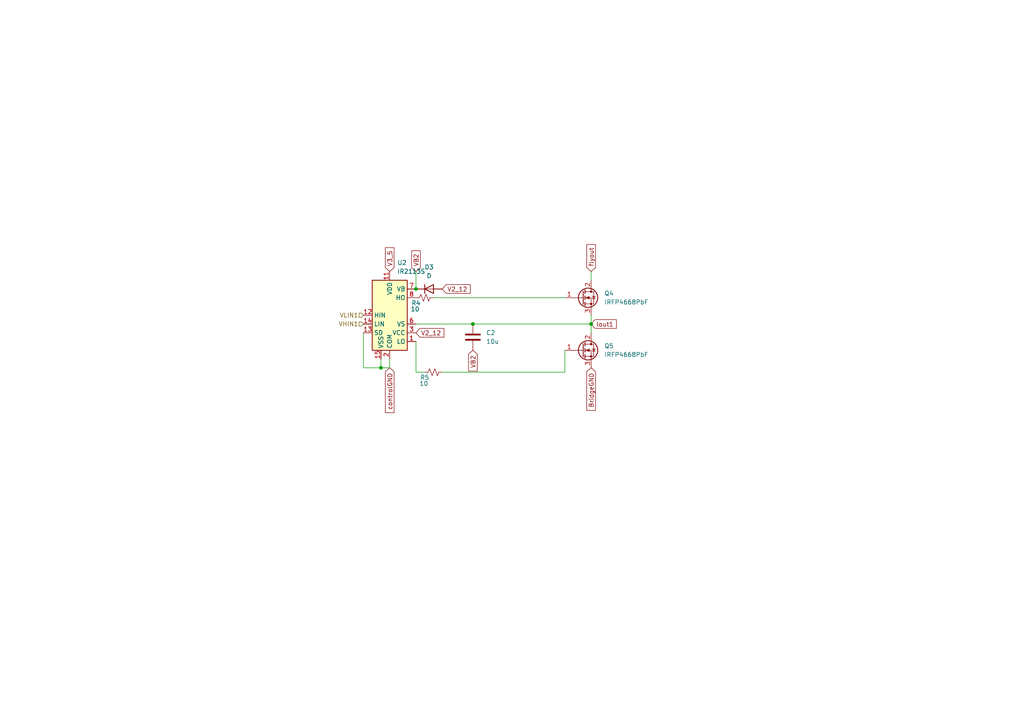
<source format=kicad_sch>
(kicad_sch
	(version 20231120)
	(generator "eeschema")
	(generator_version "8.0")
	(uuid "08e67e08-c9a3-4744-800e-c7fa87bafeb2")
	(paper "A4")
	(lib_symbols
		(symbol "Device:C"
			(pin_numbers hide)
			(pin_names
				(offset 0.254)
			)
			(exclude_from_sim no)
			(in_bom yes)
			(on_board yes)
			(property "Reference" "C"
				(at 0.635 2.54 0)
				(effects
					(font
						(size 1.27 1.27)
					)
					(justify left)
				)
			)
			(property "Value" "C"
				(at 0.635 -2.54 0)
				(effects
					(font
						(size 1.27 1.27)
					)
					(justify left)
				)
			)
			(property "Footprint" ""
				(at 0.9652 -3.81 0)
				(effects
					(font
						(size 1.27 1.27)
					)
					(hide yes)
				)
			)
			(property "Datasheet" "~"
				(at 0 0 0)
				(effects
					(font
						(size 1.27 1.27)
					)
					(hide yes)
				)
			)
			(property "Description" "Unpolarized capacitor"
				(at 0 0 0)
				(effects
					(font
						(size 1.27 1.27)
					)
					(hide yes)
				)
			)
			(property "ki_keywords" "cap capacitor"
				(at 0 0 0)
				(effects
					(font
						(size 1.27 1.27)
					)
					(hide yes)
				)
			)
			(property "ki_fp_filters" "C_*"
				(at 0 0 0)
				(effects
					(font
						(size 1.27 1.27)
					)
					(hide yes)
				)
			)
			(symbol "C_0_1"
				(polyline
					(pts
						(xy -2.032 -0.762) (xy 2.032 -0.762)
					)
					(stroke
						(width 0.508)
						(type default)
					)
					(fill
						(type none)
					)
				)
				(polyline
					(pts
						(xy -2.032 0.762) (xy 2.032 0.762)
					)
					(stroke
						(width 0.508)
						(type default)
					)
					(fill
						(type none)
					)
				)
			)
			(symbol "C_1_1"
				(pin passive line
					(at 0 3.81 270)
					(length 2.794)
					(name "~"
						(effects
							(font
								(size 1.27 1.27)
							)
						)
					)
					(number "1"
						(effects
							(font
								(size 1.27 1.27)
							)
						)
					)
				)
				(pin passive line
					(at 0 -3.81 90)
					(length 2.794)
					(name "~"
						(effects
							(font
								(size 1.27 1.27)
							)
						)
					)
					(number "2"
						(effects
							(font
								(size 1.27 1.27)
							)
						)
					)
				)
			)
		)
		(symbol "Device:D"
			(pin_numbers hide)
			(pin_names
				(offset 1.016) hide)
			(exclude_from_sim no)
			(in_bom yes)
			(on_board yes)
			(property "Reference" "D"
				(at 0 2.54 0)
				(effects
					(font
						(size 1.27 1.27)
					)
				)
			)
			(property "Value" "D"
				(at 0 -2.54 0)
				(effects
					(font
						(size 1.27 1.27)
					)
				)
			)
			(property "Footprint" ""
				(at 0 0 0)
				(effects
					(font
						(size 1.27 1.27)
					)
					(hide yes)
				)
			)
			(property "Datasheet" "~"
				(at 0 0 0)
				(effects
					(font
						(size 1.27 1.27)
					)
					(hide yes)
				)
			)
			(property "Description" "Diode"
				(at 0 0 0)
				(effects
					(font
						(size 1.27 1.27)
					)
					(hide yes)
				)
			)
			(property "Sim.Device" "D"
				(at 0 0 0)
				(effects
					(font
						(size 1.27 1.27)
					)
					(hide yes)
				)
			)
			(property "Sim.Pins" "1=K 2=A"
				(at 0 0 0)
				(effects
					(font
						(size 1.27 1.27)
					)
					(hide yes)
				)
			)
			(property "ki_keywords" "diode"
				(at 0 0 0)
				(effects
					(font
						(size 1.27 1.27)
					)
					(hide yes)
				)
			)
			(property "ki_fp_filters" "TO-???* *_Diode_* *SingleDiode* D_*"
				(at 0 0 0)
				(effects
					(font
						(size 1.27 1.27)
					)
					(hide yes)
				)
			)
			(symbol "D_0_1"
				(polyline
					(pts
						(xy -1.27 1.27) (xy -1.27 -1.27)
					)
					(stroke
						(width 0.254)
						(type default)
					)
					(fill
						(type none)
					)
				)
				(polyline
					(pts
						(xy 1.27 0) (xy -1.27 0)
					)
					(stroke
						(width 0)
						(type default)
					)
					(fill
						(type none)
					)
				)
				(polyline
					(pts
						(xy 1.27 1.27) (xy 1.27 -1.27) (xy -1.27 0) (xy 1.27 1.27)
					)
					(stroke
						(width 0.254)
						(type default)
					)
					(fill
						(type none)
					)
				)
			)
			(symbol "D_1_1"
				(pin passive line
					(at -3.81 0 0)
					(length 2.54)
					(name "K"
						(effects
							(font
								(size 1.27 1.27)
							)
						)
					)
					(number "1"
						(effects
							(font
								(size 1.27 1.27)
							)
						)
					)
				)
				(pin passive line
					(at 3.81 0 180)
					(length 2.54)
					(name "A"
						(effects
							(font
								(size 1.27 1.27)
							)
						)
					)
					(number "2"
						(effects
							(font
								(size 1.27 1.27)
							)
						)
					)
				)
			)
		)
		(symbol "Device:R_Small_US"
			(pin_numbers hide)
			(pin_names
				(offset 0.254) hide)
			(exclude_from_sim no)
			(in_bom yes)
			(on_board yes)
			(property "Reference" "R"
				(at 0.762 0.508 0)
				(effects
					(font
						(size 1.27 1.27)
					)
					(justify left)
				)
			)
			(property "Value" "R_Small_US"
				(at 0.762 -1.016 0)
				(effects
					(font
						(size 1.27 1.27)
					)
					(justify left)
				)
			)
			(property "Footprint" ""
				(at 0 0 0)
				(effects
					(font
						(size 1.27 1.27)
					)
					(hide yes)
				)
			)
			(property "Datasheet" "~"
				(at 0 0 0)
				(effects
					(font
						(size 1.27 1.27)
					)
					(hide yes)
				)
			)
			(property "Description" "Resistor, small US symbol"
				(at 0 0 0)
				(effects
					(font
						(size 1.27 1.27)
					)
					(hide yes)
				)
			)
			(property "ki_keywords" "r resistor"
				(at 0 0 0)
				(effects
					(font
						(size 1.27 1.27)
					)
					(hide yes)
				)
			)
			(property "ki_fp_filters" "R_*"
				(at 0 0 0)
				(effects
					(font
						(size 1.27 1.27)
					)
					(hide yes)
				)
			)
			(symbol "R_Small_US_1_1"
				(polyline
					(pts
						(xy 0 0) (xy 1.016 -0.381) (xy 0 -0.762) (xy -1.016 -1.143) (xy 0 -1.524)
					)
					(stroke
						(width 0)
						(type default)
					)
					(fill
						(type none)
					)
				)
				(polyline
					(pts
						(xy 0 1.524) (xy 1.016 1.143) (xy 0 0.762) (xy -1.016 0.381) (xy 0 0)
					)
					(stroke
						(width 0)
						(type default)
					)
					(fill
						(type none)
					)
				)
				(pin passive line
					(at 0 2.54 270)
					(length 1.016)
					(name "~"
						(effects
							(font
								(size 1.27 1.27)
							)
						)
					)
					(number "1"
						(effects
							(font
								(size 1.27 1.27)
							)
						)
					)
				)
				(pin passive line
					(at 0 -2.54 90)
					(length 1.016)
					(name "~"
						(effects
							(font
								(size 1.27 1.27)
							)
						)
					)
					(number "2"
						(effects
							(font
								(size 1.27 1.27)
							)
						)
					)
				)
			)
		)
		(symbol "Driver_FET:IR2113S"
			(exclude_from_sim no)
			(in_bom yes)
			(on_board yes)
			(property "Reference" "U"
				(at 1.27 13.335 0)
				(effects
					(font
						(size 1.27 1.27)
					)
					(justify left)
				)
			)
			(property "Value" "IR2113S"
				(at 1.27 11.43 0)
				(effects
					(font
						(size 1.27 1.27)
					)
					(justify left)
				)
			)
			(property "Footprint" "Package_SO:SOIC-16W_7.5x10.3mm_P1.27mm"
				(at 0 0 0)
				(effects
					(font
						(size 1.27 1.27)
						(italic yes)
					)
					(hide yes)
				)
			)
			(property "Datasheet" "https://www.infineon.com/dgdl/ir2110.pdf?fileId=5546d462533600a4015355c80333167e"
				(at 0 0 0)
				(effects
					(font
						(size 1.27 1.27)
					)
					(hide yes)
				)
			)
			(property "Description" "High and Low Side Driver, 500V, 2.0/2.0A, SOIC-16W"
				(at 0 0 0)
				(effects
					(font
						(size 1.27 1.27)
					)
					(hide yes)
				)
			)
			(property "ki_keywords" "Gate Driver"
				(at 0 0 0)
				(effects
					(font
						(size 1.27 1.27)
					)
					(hide yes)
				)
			)
			(property "ki_fp_filters" "SOIC*7.5x10.3mm*P1.27mm*"
				(at 0 0 0)
				(effects
					(font
						(size 1.27 1.27)
					)
					(hide yes)
				)
			)
			(symbol "IR2113S_0_1"
				(rectangle
					(start -5.08 -10.16)
					(end 5.08 10.16)
					(stroke
						(width 0.254)
						(type default)
					)
					(fill
						(type background)
					)
				)
			)
			(symbol "IR2113S_1_1"
				(pin output line
					(at 7.62 -7.62 180)
					(length 2.54)
					(name "LO"
						(effects
							(font
								(size 1.27 1.27)
							)
						)
					)
					(number "1"
						(effects
							(font
								(size 1.27 1.27)
							)
						)
					)
				)
				(pin no_connect line
					(at 5.08 2.54 180)
					(length 2.54) hide
					(name "NC"
						(effects
							(font
								(size 1.27 1.27)
							)
						)
					)
					(number "10"
						(effects
							(font
								(size 1.27 1.27)
							)
						)
					)
				)
				(pin power_in line
					(at 0 12.7 270)
					(length 2.54)
					(name "VDD"
						(effects
							(font
								(size 1.27 1.27)
							)
						)
					)
					(number "11"
						(effects
							(font
								(size 1.27 1.27)
							)
						)
					)
				)
				(pin input line
					(at -7.62 0 0)
					(length 2.54)
					(name "HIN"
						(effects
							(font
								(size 1.27 1.27)
							)
						)
					)
					(number "12"
						(effects
							(font
								(size 1.27 1.27)
							)
						)
					)
				)
				(pin input line
					(at -7.62 -5.08 0)
					(length 2.54)
					(name "SD"
						(effects
							(font
								(size 1.27 1.27)
							)
						)
					)
					(number "13"
						(effects
							(font
								(size 1.27 1.27)
							)
						)
					)
				)
				(pin input line
					(at -7.62 -2.54 0)
					(length 2.54)
					(name "LIN"
						(effects
							(font
								(size 1.27 1.27)
							)
						)
					)
					(number "14"
						(effects
							(font
								(size 1.27 1.27)
							)
						)
					)
				)
				(pin power_in line
					(at -2.54 -12.7 90)
					(length 2.54)
					(name "VSS"
						(effects
							(font
								(size 1.27 1.27)
							)
						)
					)
					(number "15"
						(effects
							(font
								(size 1.27 1.27)
							)
						)
					)
				)
				(pin no_connect line
					(at 5.08 0 180)
					(length 2.54) hide
					(name "NC"
						(effects
							(font
								(size 1.27 1.27)
							)
						)
					)
					(number "16"
						(effects
							(font
								(size 1.27 1.27)
							)
						)
					)
				)
				(pin power_in line
					(at 0 -12.7 90)
					(length 2.54)
					(name "COM"
						(effects
							(font
								(size 1.27 1.27)
							)
						)
					)
					(number "2"
						(effects
							(font
								(size 1.27 1.27)
							)
						)
					)
				)
				(pin power_in line
					(at 7.62 -5.08 180)
					(length 2.54)
					(name "VCC"
						(effects
							(font
								(size 1.27 1.27)
							)
						)
					)
					(number "3"
						(effects
							(font
								(size 1.27 1.27)
							)
						)
					)
				)
				(pin no_connect line
					(at -5.08 7.62 0)
					(length 2.54) hide
					(name "NC"
						(effects
							(font
								(size 1.27 1.27)
							)
						)
					)
					(number "4"
						(effects
							(font
								(size 1.27 1.27)
							)
						)
					)
				)
				(pin no_connect line
					(at -5.08 5.08 0)
					(length 2.54) hide
					(name "NC"
						(effects
							(font
								(size 1.27 1.27)
							)
						)
					)
					(number "5"
						(effects
							(font
								(size 1.27 1.27)
							)
						)
					)
				)
				(pin passive line
					(at 7.62 -2.54 180)
					(length 2.54)
					(name "VS"
						(effects
							(font
								(size 1.27 1.27)
							)
						)
					)
					(number "6"
						(effects
							(font
								(size 1.27 1.27)
							)
						)
					)
				)
				(pin passive line
					(at 7.62 7.62 180)
					(length 2.54)
					(name "VB"
						(effects
							(font
								(size 1.27 1.27)
							)
						)
					)
					(number "7"
						(effects
							(font
								(size 1.27 1.27)
							)
						)
					)
				)
				(pin output line
					(at 7.62 5.08 180)
					(length 2.54)
					(name "HO"
						(effects
							(font
								(size 1.27 1.27)
							)
						)
					)
					(number "8"
						(effects
							(font
								(size 1.27 1.27)
							)
						)
					)
				)
				(pin no_connect line
					(at -5.08 2.54 0)
					(length 2.54) hide
					(name "NC"
						(effects
							(font
								(size 1.27 1.27)
							)
						)
					)
					(number "9"
						(effects
							(font
								(size 1.27 1.27)
							)
						)
					)
				)
			)
		)
		(symbol "Transistor_FET:IRFP4668PbF"
			(pin_names hide)
			(exclude_from_sim no)
			(in_bom yes)
			(on_board yes)
			(property "Reference" "Q"
				(at 5.08 1.905 0)
				(effects
					(font
						(size 1.27 1.27)
					)
					(justify left)
				)
			)
			(property "Value" "IRFP4668PbF"
				(at 5.08 0 0)
				(effects
					(font
						(size 1.27 1.27)
					)
					(justify left)
				)
			)
			(property "Footprint" "Package_TO_SOT_THT:TO-247-3_Vertical"
				(at 5.08 -1.905 0)
				(effects
					(font
						(size 1.27 1.27)
						(italic yes)
					)
					(justify left)
					(hide yes)
				)
			)
			(property "Datasheet" "https://www.infineon.com/dgdl/irfp4668pbf.pdf?fileId=5546d462533600a40153562c8528201d"
				(at 5.08 -3.81 0)
				(effects
					(font
						(size 1.27 1.27)
					)
					(justify left)
					(hide yes)
				)
			)
			(property "Description" "130A Id, 200V Vds, N-Channel Power MOSFET, TO-247"
				(at 0 0 0)
				(effects
					(font
						(size 1.27 1.27)
					)
					(hide yes)
				)
			)
			(property "ki_keywords" "N-Channel Power MOSFET"
				(at 0 0 0)
				(effects
					(font
						(size 1.27 1.27)
					)
					(hide yes)
				)
			)
			(property "ki_fp_filters" "TO?247*"
				(at 0 0 0)
				(effects
					(font
						(size 1.27 1.27)
					)
					(hide yes)
				)
			)
			(symbol "IRFP4668PbF_0_1"
				(polyline
					(pts
						(xy 0.254 0) (xy -2.54 0)
					)
					(stroke
						(width 0)
						(type default)
					)
					(fill
						(type none)
					)
				)
				(polyline
					(pts
						(xy 0.254 1.905) (xy 0.254 -1.905)
					)
					(stroke
						(width 0.254)
						(type default)
					)
					(fill
						(type none)
					)
				)
				(polyline
					(pts
						(xy 0.762 -1.27) (xy 0.762 -2.286)
					)
					(stroke
						(width 0.254)
						(type default)
					)
					(fill
						(type none)
					)
				)
				(polyline
					(pts
						(xy 0.762 0.508) (xy 0.762 -0.508)
					)
					(stroke
						(width 0.254)
						(type default)
					)
					(fill
						(type none)
					)
				)
				(polyline
					(pts
						(xy 0.762 2.286) (xy 0.762 1.27)
					)
					(stroke
						(width 0.254)
						(type default)
					)
					(fill
						(type none)
					)
				)
				(polyline
					(pts
						(xy 2.54 2.54) (xy 2.54 1.778)
					)
					(stroke
						(width 0)
						(type default)
					)
					(fill
						(type none)
					)
				)
				(polyline
					(pts
						(xy 2.54 -2.54) (xy 2.54 0) (xy 0.762 0)
					)
					(stroke
						(width 0)
						(type default)
					)
					(fill
						(type none)
					)
				)
				(polyline
					(pts
						(xy 0.762 -1.778) (xy 3.302 -1.778) (xy 3.302 1.778) (xy 0.762 1.778)
					)
					(stroke
						(width 0)
						(type default)
					)
					(fill
						(type none)
					)
				)
				(polyline
					(pts
						(xy 1.016 0) (xy 2.032 0.381) (xy 2.032 -0.381) (xy 1.016 0)
					)
					(stroke
						(width 0)
						(type default)
					)
					(fill
						(type outline)
					)
				)
				(polyline
					(pts
						(xy 2.794 0.508) (xy 2.921 0.381) (xy 3.683 0.381) (xy 3.81 0.254)
					)
					(stroke
						(width 0)
						(type default)
					)
					(fill
						(type none)
					)
				)
				(polyline
					(pts
						(xy 3.302 0.381) (xy 2.921 -0.254) (xy 3.683 -0.254) (xy 3.302 0.381)
					)
					(stroke
						(width 0)
						(type default)
					)
					(fill
						(type none)
					)
				)
				(circle
					(center 1.651 0)
					(radius 2.794)
					(stroke
						(width 0.254)
						(type default)
					)
					(fill
						(type none)
					)
				)
				(circle
					(center 2.54 -1.778)
					(radius 0.254)
					(stroke
						(width 0)
						(type default)
					)
					(fill
						(type outline)
					)
				)
				(circle
					(center 2.54 1.778)
					(radius 0.254)
					(stroke
						(width 0)
						(type default)
					)
					(fill
						(type outline)
					)
				)
			)
			(symbol "IRFP4668PbF_1_1"
				(pin input line
					(at -5.08 0 0)
					(length 2.54)
					(name "G"
						(effects
							(font
								(size 1.27 1.27)
							)
						)
					)
					(number "1"
						(effects
							(font
								(size 1.27 1.27)
							)
						)
					)
				)
				(pin passive line
					(at 2.54 5.08 270)
					(length 2.54)
					(name "D"
						(effects
							(font
								(size 1.27 1.27)
							)
						)
					)
					(number "2"
						(effects
							(font
								(size 1.27 1.27)
							)
						)
					)
				)
				(pin passive line
					(at 2.54 -5.08 90)
					(length 2.54)
					(name "S"
						(effects
							(font
								(size 1.27 1.27)
							)
						)
					)
					(number "3"
						(effects
							(font
								(size 1.27 1.27)
							)
						)
					)
				)
			)
		)
	)
	(junction
		(at 171.45 93.98)
		(diameter 0)
		(color 0 0 0 0)
		(uuid "15b1fed1-58e2-405b-a198-7b28085cfea2")
	)
	(junction
		(at 110.49 106.68)
		(diameter 0)
		(color 0 0 0 0)
		(uuid "a19fc2a4-241e-436b-b69c-bc1740731a05")
	)
	(junction
		(at 137.16 93.98)
		(diameter 0)
		(color 0 0 0 0)
		(uuid "c5e337ac-f9f0-4931-baed-72733ddc1ca0")
	)
	(junction
		(at 120.65 83.82)
		(diameter 0)
		(color 0 0 0 0)
		(uuid "db9676fa-aa37-4334-b7a7-89ede034fbb1")
	)
	(wire
		(pts
			(xy 171.45 93.98) (xy 171.45 96.52)
		)
		(stroke
			(width 0)
			(type default)
		)
		(uuid "18554665-7d02-4023-bff7-9e7ac1340171")
	)
	(wire
		(pts
			(xy 110.49 104.14) (xy 110.49 106.68)
		)
		(stroke
			(width 0)
			(type default)
		)
		(uuid "22581ada-d0ac-42b0-9f8a-8bc65fe5a4c7")
	)
	(wire
		(pts
			(xy 171.45 78.74) (xy 171.45 81.28)
		)
		(stroke
			(width 0)
			(type default)
		)
		(uuid "25014055-9ac3-4e58-8892-64b1dde409c2")
	)
	(wire
		(pts
			(xy 163.83 107.95) (xy 163.83 101.6)
		)
		(stroke
			(width 0)
			(type default)
		)
		(uuid "3780d0c5-d686-4d63-ac54-e9f8f065f6fc")
	)
	(wire
		(pts
			(xy 120.65 93.98) (xy 137.16 93.98)
		)
		(stroke
			(width 0)
			(type default)
		)
		(uuid "395bd278-c4ac-4993-916b-db18b2bc568e")
	)
	(wire
		(pts
			(xy 110.49 106.68) (xy 113.03 106.68)
		)
		(stroke
			(width 0)
			(type default)
		)
		(uuid "3f6e1126-118b-45d6-b721-81e95faa1100")
	)
	(wire
		(pts
			(xy 105.41 106.68) (xy 110.49 106.68)
		)
		(stroke
			(width 0)
			(type default)
		)
		(uuid "4e8d4f51-104a-451f-93f7-a3b42f0ea153")
	)
	(wire
		(pts
			(xy 120.65 107.95) (xy 123.19 107.95)
		)
		(stroke
			(width 0)
			(type default)
		)
		(uuid "52cb495b-3d42-485a-82cb-4e29cb6b156d")
	)
	(wire
		(pts
			(xy 137.16 93.98) (xy 171.45 93.98)
		)
		(stroke
			(width 0)
			(type default)
		)
		(uuid "6c46fa4b-9c68-407b-a332-68eee2143381")
	)
	(wire
		(pts
			(xy 120.65 99.06) (xy 120.65 107.95)
		)
		(stroke
			(width 0)
			(type default)
		)
		(uuid "7aed5f51-ffa0-4ded-a470-db42f8ca8ca7")
	)
	(wire
		(pts
			(xy 105.41 96.52) (xy 105.41 106.68)
		)
		(stroke
			(width 0)
			(type default)
		)
		(uuid "8a9297be-8ce2-4020-bdef-5d3808e3ec33")
	)
	(wire
		(pts
			(xy 120.65 78.74) (xy 120.65 83.82)
		)
		(stroke
			(width 0)
			(type default)
		)
		(uuid "9f986cf4-782d-4db9-b4fa-dd95dfacf37e")
	)
	(wire
		(pts
			(xy 128.27 107.95) (xy 163.83 107.95)
		)
		(stroke
			(width 0)
			(type default)
		)
		(uuid "bf92dc03-c9ae-4a24-8480-5e9c2b5060e7")
	)
	(wire
		(pts
			(xy 113.03 106.68) (xy 113.03 104.14)
		)
		(stroke
			(width 0)
			(type default)
		)
		(uuid "ca4638bc-e15b-4e1f-8ba6-a567dd58a9ac")
	)
	(wire
		(pts
			(xy 171.45 91.44) (xy 171.45 93.98)
		)
		(stroke
			(width 0)
			(type default)
		)
		(uuid "dee7d5a5-8cfe-445a-ab67-8f7226ca53a2")
	)
	(wire
		(pts
			(xy 125.73 86.36) (xy 163.83 86.36)
		)
		(stroke
			(width 0)
			(type default)
		)
		(uuid "e177dbce-0ee9-4455-b7e9-3e2e478b09ea")
	)
	(global_label "BridgeGND"
		(shape input)
		(at 171.45 106.68 270)
		(fields_autoplaced yes)
		(effects
			(font
				(size 1.27 1.27)
			)
			(justify right)
		)
		(uuid "58736753-be05-41f2-8bde-d1941a010d72")
		(property "Intersheetrefs" "${INTERSHEET_REFS}"
			(at 171.45 119.5833 90)
			(effects
				(font
					(size 1.27 1.27)
				)
				(justify right)
				(hide yes)
			)
		)
	)
	(global_label "flyout"
		(shape input)
		(at 171.45 78.74 90)
		(fields_autoplaced yes)
		(effects
			(font
				(size 1.27 1.27)
			)
			(justify left)
		)
		(uuid "6d5ad6d6-ee6e-47e1-a7bb-4367c3294bd1")
		(property "Intersheetrefs" "${INTERSHEET_REFS}"
			(at 171.45 70.3726 90)
			(effects
				(font
					(size 1.27 1.27)
				)
				(justify left)
				(hide yes)
			)
		)
	)
	(global_label "lout1"
		(shape input)
		(at 171.45 93.98 0)
		(fields_autoplaced yes)
		(effects
			(font
				(size 1.27 1.27)
			)
			(justify left)
		)
		(uuid "7059df64-3fab-4a10-8ec7-88419a9bdff6")
		(property "Intersheetrefs" "${INTERSHEET_REFS}"
			(at 179.3336 93.98 0)
			(effects
				(font
					(size 1.27 1.27)
				)
				(justify left)
				(hide yes)
			)
		)
	)
	(global_label "VB2"
		(shape input)
		(at 137.16 101.6 270)
		(fields_autoplaced yes)
		(effects
			(font
				(size 1.27 1.27)
			)
			(justify right)
		)
		(uuid "77f54495-4f19-4c02-8a3b-a123f01b829f")
		(property "Intersheetrefs" "${INTERSHEET_REFS}"
			(at 137.16 108.1533 90)
			(effects
				(font
					(size 1.27 1.27)
				)
				(justify right)
				(hide yes)
			)
		)
	)
	(global_label "V2_12"
		(shape input)
		(at 120.65 96.52 0)
		(fields_autoplaced yes)
		(effects
			(font
				(size 1.27 1.27)
			)
			(justify left)
		)
		(uuid "7cd9a84e-ec72-43c3-936c-3d551d8164b3")
		(property "Intersheetrefs" "${INTERSHEET_REFS}"
			(at 129.3199 96.52 0)
			(effects
				(font
					(size 1.27 1.27)
				)
				(justify left)
				(hide yes)
			)
		)
	)
	(global_label "controlGND"
		(shape input)
		(at 113.03 106.68 270)
		(fields_autoplaced yes)
		(effects
			(font
				(size 1.27 1.27)
			)
			(justify right)
		)
		(uuid "95af2d27-c1e1-4580-9dc8-7bbde8be34d8")
		(property "Intersheetrefs" "${INTERSHEET_REFS}"
			(at 113.03 120.2484 90)
			(effects
				(font
					(size 1.27 1.27)
				)
				(justify right)
				(hide yes)
			)
		)
	)
	(global_label "V3_5"
		(shape input)
		(at 113.03 78.74 90)
		(fields_autoplaced yes)
		(effects
			(font
				(size 1.27 1.27)
			)
			(justify left)
		)
		(uuid "9c9b0c29-bbf2-4c7c-8f0e-66380360910d")
		(property "Intersheetrefs" "${INTERSHEET_REFS}"
			(at 113.03 71.2796 90)
			(effects
				(font
					(size 1.27 1.27)
				)
				(justify left)
				(hide yes)
			)
		)
	)
	(global_label "VB2"
		(shape input)
		(at 120.65 78.74 90)
		(fields_autoplaced yes)
		(effects
			(font
				(size 1.27 1.27)
			)
			(justify left)
		)
		(uuid "b6763511-2512-4d61-aa37-ebf212edd475")
		(property "Intersheetrefs" "${INTERSHEET_REFS}"
			(at 120.65 72.1867 90)
			(effects
				(font
					(size 1.27 1.27)
				)
				(justify left)
				(hide yes)
			)
		)
	)
	(global_label "V2_12"
		(shape input)
		(at 128.27 83.82 0)
		(fields_autoplaced yes)
		(effects
			(font
				(size 1.27 1.27)
			)
			(justify left)
		)
		(uuid "c2235518-ea21-4a6a-811f-29cbed45b606")
		(property "Intersheetrefs" "${INTERSHEET_REFS}"
			(at 136.9399 83.82 0)
			(effects
				(font
					(size 1.27 1.27)
				)
				(justify left)
				(hide yes)
			)
		)
	)
	(hierarchical_label "VLIN1"
		(shape input)
		(at 105.41 91.44 180)
		(fields_autoplaced yes)
		(effects
			(font
				(size 1.27 1.27)
			)
			(justify right)
		)
		(uuid "cb10e4e6-a1cf-4eeb-99f0-734a31f270cf")
	)
	(hierarchical_label "VHIN1"
		(shape input)
		(at 105.41 93.98 180)
		(fields_autoplaced yes)
		(effects
			(font
				(size 1.27 1.27)
			)
			(justify right)
		)
		(uuid "cd335555-fdce-49f8-b1de-54c4bcf83848")
	)
	(symbol
		(lib_id "Device:R_Small_US")
		(at 125.73 107.95 90)
		(unit 1)
		(exclude_from_sim no)
		(in_bom yes)
		(on_board yes)
		(dnp no)
		(uuid "04e6b4bf-f64e-4b0f-b8b0-756a95821934")
		(property "Reference" "R5"
			(at 123.19 109.474 90)
			(effects
				(font
					(size 1.27 1.27)
				)
			)
		)
		(property "Value" "10"
			(at 122.936 111.252 90)
			(effects
				(font
					(size 1.27 1.27)
				)
			)
		)
		(property "Footprint" "Resistor_SMD:R_01005_0402Metric"
			(at 125.73 107.95 0)
			(effects
				(font
					(size 1.27 1.27)
				)
				(hide yes)
			)
		)
		(property "Datasheet" "~"
			(at 125.73 107.95 0)
			(effects
				(font
					(size 1.27 1.27)
				)
				(hide yes)
			)
		)
		(property "Description" "Resistor, small US symbol"
			(at 125.73 107.95 0)
			(effects
				(font
					(size 1.27 1.27)
				)
				(hide yes)
			)
		)
		(pin "2"
			(uuid "d0d74f21-7a60-4841-be0d-b7a5d4504c26")
		)
		(pin "1"
			(uuid "0b1fa594-e086-49ee-b160-78f9d11d1cf1")
		)
		(instances
			(project ""
				(path "/edf94242-0cdc-4580-8fae-fd56a0fef1a3/e7939abf-f3c7-4c3c-afa8-080c8db56da1/ff65111a-30bc-4c3a-97e3-daa4c79b2ece"
					(reference "R5")
					(unit 1)
				)
			)
		)
	)
	(symbol
		(lib_id "Transistor_FET:IRFP4668PbF")
		(at 168.91 101.6 0)
		(unit 1)
		(exclude_from_sim no)
		(in_bom yes)
		(on_board yes)
		(dnp no)
		(fields_autoplaced yes)
		(uuid "0846202f-f385-4c45-bd42-cb32e316f2f1")
		(property "Reference" "Q5"
			(at 175.26 100.3299 0)
			(effects
				(font
					(size 1.27 1.27)
				)
				(justify left)
			)
		)
		(property "Value" "IRFP4668PbF"
			(at 175.26 102.8699 0)
			(effects
				(font
					(size 1.27 1.27)
				)
				(justify left)
			)
		)
		(property "Footprint" "Package_TO_SOT_SMD:SC-59_Handsoldering"
			(at 173.99 103.505 0)
			(effects
				(font
					(size 1.27 1.27)
					(italic yes)
				)
				(justify left)
				(hide yes)
			)
		)
		(property "Datasheet" "https://www.infineon.com/dgdl/irfp4668pbf.pdf?fileId=5546d462533600a40153562c8528201d"
			(at 173.99 105.41 0)
			(effects
				(font
					(size 1.27 1.27)
				)
				(justify left)
				(hide yes)
			)
		)
		(property "Description" "130A Id, 200V Vds, N-Channel Power MOSFET, TO-247"
			(at 168.91 101.6 0)
			(effects
				(font
					(size 1.27 1.27)
				)
				(hide yes)
			)
		)
		(pin "1"
			(uuid "63864eb1-8508-4dad-a013-4c6b4826d191")
		)
		(pin "2"
			(uuid "cd57cb15-bf47-45dc-a9b5-006b67c0d7f1")
		)
		(pin "3"
			(uuid "a460fe78-0e4e-4621-ac34-eb346c2065d4")
		)
		(instances
			(project ""
				(path "/edf94242-0cdc-4580-8fae-fd56a0fef1a3/e7939abf-f3c7-4c3c-afa8-080c8db56da1/ff65111a-30bc-4c3a-97e3-daa4c79b2ece"
					(reference "Q5")
					(unit 1)
				)
			)
		)
	)
	(symbol
		(lib_id "Device:D")
		(at 124.46 83.82 0)
		(unit 1)
		(exclude_from_sim no)
		(in_bom yes)
		(on_board yes)
		(dnp no)
		(fields_autoplaced yes)
		(uuid "1ded2b76-00d5-4aa3-bdea-b6e785a9617f")
		(property "Reference" "D3"
			(at 124.46 77.47 0)
			(effects
				(font
					(size 1.27 1.27)
				)
			)
		)
		(property "Value" "D"
			(at 124.46 80.01 0)
			(effects
				(font
					(size 1.27 1.27)
				)
			)
		)
		(property "Footprint" "Diode_SMD:D_1206_3216Metric_Pad1.42x1.75mm_HandSolder"
			(at 124.46 83.82 0)
			(effects
				(font
					(size 1.27 1.27)
				)
				(hide yes)
			)
		)
		(property "Datasheet" "~"
			(at 124.46 83.82 0)
			(effects
				(font
					(size 1.27 1.27)
				)
				(hide yes)
			)
		)
		(property "Description" "Diode"
			(at 124.46 83.82 0)
			(effects
				(font
					(size 1.27 1.27)
				)
				(hide yes)
			)
		)
		(property "Sim.Device" "D"
			(at 124.46 83.82 0)
			(effects
				(font
					(size 1.27 1.27)
				)
				(hide yes)
			)
		)
		(property "Sim.Pins" "1=K 2=A"
			(at 124.46 83.82 0)
			(effects
				(font
					(size 1.27 1.27)
				)
				(hide yes)
			)
		)
		(pin "1"
			(uuid "9db10f56-6966-4d4d-946f-395d9df7e165")
		)
		(pin "2"
			(uuid "fa30d39c-f65b-41e8-90c6-3857a49e4fdd")
		)
		(instances
			(project ""
				(path "/edf94242-0cdc-4580-8fae-fd56a0fef1a3/e7939abf-f3c7-4c3c-afa8-080c8db56da1/ff65111a-30bc-4c3a-97e3-daa4c79b2ece"
					(reference "D3")
					(unit 1)
				)
			)
		)
	)
	(symbol
		(lib_id "Device:C")
		(at 137.16 97.79 0)
		(unit 1)
		(exclude_from_sim no)
		(in_bom yes)
		(on_board yes)
		(dnp no)
		(fields_autoplaced yes)
		(uuid "2fc9e9c0-9a64-4dd4-a654-72d2588fa860")
		(property "Reference" "C2"
			(at 140.97 96.5199 0)
			(effects
				(font
					(size 1.27 1.27)
				)
				(justify left)
			)
		)
		(property "Value" "10u"
			(at 140.97 99.0599 0)
			(effects
				(font
					(size 1.27 1.27)
				)
				(justify left)
			)
		)
		(property "Footprint" "Capacitor_SMD:C_01005_0402Metric"
			(at 138.1252 101.6 0)
			(effects
				(font
					(size 1.27 1.27)
				)
				(hide yes)
			)
		)
		(property "Datasheet" "~"
			(at 137.16 97.79 0)
			(effects
				(font
					(size 1.27 1.27)
				)
				(hide yes)
			)
		)
		(property "Description" "Unpolarized capacitor"
			(at 137.16 97.79 0)
			(effects
				(font
					(size 1.27 1.27)
				)
				(hide yes)
			)
		)
		(pin "2"
			(uuid "3d436c64-eadb-4336-ae7b-a98be84f4dc7")
		)
		(pin "1"
			(uuid "a893ce0f-3d64-4687-a027-4ff4b37b28f4")
		)
		(instances
			(project ""
				(path "/edf94242-0cdc-4580-8fae-fd56a0fef1a3/e7939abf-f3c7-4c3c-afa8-080c8db56da1/ff65111a-30bc-4c3a-97e3-daa4c79b2ece"
					(reference "C2")
					(unit 1)
				)
			)
		)
	)
	(symbol
		(lib_id "Driver_FET:IR2113S")
		(at 113.03 91.44 0)
		(unit 1)
		(exclude_from_sim no)
		(in_bom yes)
		(on_board yes)
		(dnp no)
		(fields_autoplaced yes)
		(uuid "3687274d-1908-4b20-a85a-fa082f489a09")
		(property "Reference" "U2"
			(at 115.2241 76.2 0)
			(effects
				(font
					(size 1.27 1.27)
				)
				(justify left)
			)
		)
		(property "Value" "IR2113S"
			(at 115.2241 78.74 0)
			(effects
				(font
					(size 1.27 1.27)
				)
				(justify left)
			)
		)
		(property "Footprint" "Package_SO:SOIC-16W_7.5x10.3mm_P1.27mm"
			(at 113.03 91.44 0)
			(effects
				(font
					(size 1.27 1.27)
					(italic yes)
				)
				(hide yes)
			)
		)
		(property "Datasheet" "https://www.infineon.com/dgdl/ir2110.pdf?fileId=5546d462533600a4015355c80333167e"
			(at 113.03 91.44 0)
			(effects
				(font
					(size 1.27 1.27)
				)
				(hide yes)
			)
		)
		(property "Description" "High and Low Side Driver, 500V, 2.0/2.0A, SOIC-16W"
			(at 113.03 91.44 0)
			(effects
				(font
					(size 1.27 1.27)
				)
				(hide yes)
			)
		)
		(pin "1"
			(uuid "dfadaf4c-00a0-4be8-bf23-c99700c981c7")
		)
		(pin "6"
			(uuid "c78800a0-480c-453e-ab8f-694e77fda112")
		)
		(pin "15"
			(uuid "a865b682-6dc0-482f-85d5-4a906fa9a8f7")
		)
		(pin "8"
			(uuid "ca562c4a-076a-4da0-ad65-31804caa3df5")
		)
		(pin "9"
			(uuid "2dcf5232-d676-463f-a1b6-53c99e0e9925")
		)
		(pin "10"
			(uuid "dda95279-0e31-4a67-97cf-249ebe35bb5d")
		)
		(pin "7"
			(uuid "1fd16a65-1f96-4847-88aa-8afc2f9ca4c7")
		)
		(pin "3"
			(uuid "78731662-c866-4278-b35b-d4b86439bd95")
		)
		(pin "2"
			(uuid "ac05d8bd-e4d0-4308-850d-6703b833c9b3")
		)
		(pin "11"
			(uuid "8e5fc7c7-d563-412b-9339-2611cc445af6")
		)
		(pin "14"
			(uuid "580e515d-7e96-42b6-af6e-75fdb450ae0d")
		)
		(pin "4"
			(uuid "d64e7517-20f0-4557-9c76-54965182e738")
		)
		(pin "5"
			(uuid "388201c9-33fb-4cb9-aaef-38655829829c")
		)
		(pin "12"
			(uuid "e475755e-6324-481a-873e-cefe47f994d3")
		)
		(pin "13"
			(uuid "239e6f5d-5a01-41d0-9faf-d8abe20a8aed")
		)
		(pin "16"
			(uuid "45ed148d-56e4-48a0-9443-2643b7599baa")
		)
		(instances
			(project ""
				(path "/edf94242-0cdc-4580-8fae-fd56a0fef1a3/e7939abf-f3c7-4c3c-afa8-080c8db56da1/ff65111a-30bc-4c3a-97e3-daa4c79b2ece"
					(reference "U2")
					(unit 1)
				)
			)
		)
	)
	(symbol
		(lib_id "Transistor_FET:IRFP4668PbF")
		(at 168.91 86.36 0)
		(unit 1)
		(exclude_from_sim no)
		(in_bom yes)
		(on_board yes)
		(dnp no)
		(fields_autoplaced yes)
		(uuid "4ba170b4-c4b3-4d2b-8428-f2638569cf8f")
		(property "Reference" "Q4"
			(at 175.26 85.0899 0)
			(effects
				(font
					(size 1.27 1.27)
				)
				(justify left)
			)
		)
		(property "Value" "IRFP4668PbF"
			(at 175.26 87.6299 0)
			(effects
				(font
					(size 1.27 1.27)
				)
				(justify left)
			)
		)
		(property "Footprint" "Package_TO_SOT_SMD:SC-59_Handsoldering"
			(at 173.99 88.265 0)
			(effects
				(font
					(size 1.27 1.27)
					(italic yes)
				)
				(justify left)
				(hide yes)
			)
		)
		(property "Datasheet" "https://www.infineon.com/dgdl/irfp4668pbf.pdf?fileId=5546d462533600a40153562c8528201d"
			(at 173.99 90.17 0)
			(effects
				(font
					(size 1.27 1.27)
				)
				(justify left)
				(hide yes)
			)
		)
		(property "Description" "130A Id, 200V Vds, N-Channel Power MOSFET, TO-247"
			(at 168.91 86.36 0)
			(effects
				(font
					(size 1.27 1.27)
				)
				(hide yes)
			)
		)
		(pin "1"
			(uuid "05f30c78-df87-42ae-86b1-2e4140cb03a2")
		)
		(pin "2"
			(uuid "9f611ec9-5b54-49db-b99c-63a52e8fa97d")
		)
		(pin "3"
			(uuid "c98a75c8-359e-4195-b48c-d54f4f1c2b86")
		)
		(instances
			(project ""
				(path "/edf94242-0cdc-4580-8fae-fd56a0fef1a3/e7939abf-f3c7-4c3c-afa8-080c8db56da1/ff65111a-30bc-4c3a-97e3-daa4c79b2ece"
					(reference "Q4")
					(unit 1)
				)
			)
		)
	)
	(symbol
		(lib_id "Device:R_Small_US")
		(at 123.19 86.36 90)
		(unit 1)
		(exclude_from_sim no)
		(in_bom yes)
		(on_board yes)
		(dnp no)
		(uuid "c8e19ab4-86e7-4f12-865f-83b61da58b54")
		(property "Reference" "R4"
			(at 120.65 87.884 90)
			(effects
				(font
					(size 1.27 1.27)
				)
			)
		)
		(property "Value" "10"
			(at 120.396 89.662 90)
			(effects
				(font
					(size 1.27 1.27)
				)
			)
		)
		(property "Footprint" "Resistor_SMD:R_01005_0402Metric"
			(at 123.19 86.36 0)
			(effects
				(font
					(size 1.27 1.27)
				)
				(hide yes)
			)
		)
		(property "Datasheet" "~"
			(at 123.19 86.36 0)
			(effects
				(font
					(size 1.27 1.27)
				)
				(hide yes)
			)
		)
		(property "Description" "Resistor, small US symbol"
			(at 123.19 86.36 0)
			(effects
				(font
					(size 1.27 1.27)
				)
				(hide yes)
			)
		)
		(pin "2"
			(uuid "15e8fa2c-4168-411f-b3e8-0a6c736a981c")
		)
		(pin "1"
			(uuid "e9558ec6-0a5c-4052-b0e2-c7a23aa424d0")
		)
		(instances
			(project ""
				(path "/edf94242-0cdc-4580-8fae-fd56a0fef1a3/e7939abf-f3c7-4c3c-afa8-080c8db56da1/ff65111a-30bc-4c3a-97e3-daa4c79b2ece"
					(reference "R4")
					(unit 1)
				)
			)
		)
	)
)

</source>
